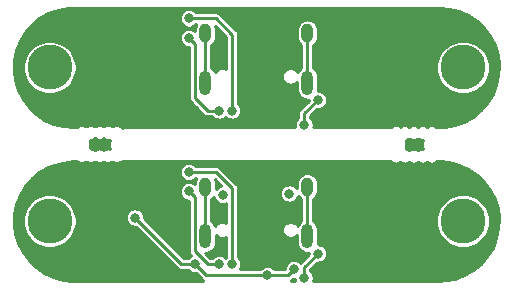
<source format=gbr>
%TF.GenerationSoftware,KiCad,Pcbnew,5.1.10-88a1d61d58~90~ubuntu20.04.1*%
%TF.CreationDate,2022-01-21T20:24:49-08:00*%
%TF.ProjectId,kb-db_panel,6b622d64-625f-4706-916e-656c2e6b6963,rev?*%
%TF.SameCoordinates,Original*%
%TF.FileFunction,Copper,L2,Bot*%
%TF.FilePolarity,Positive*%
%FSLAX46Y46*%
G04 Gerber Fmt 4.6, Leading zero omitted, Abs format (unit mm)*
G04 Created by KiCad (PCBNEW 5.1.10-88a1d61d58~90~ubuntu20.04.1) date 2022-01-21 20:24:49*
%MOMM*%
%LPD*%
G01*
G04 APERTURE LIST*
%TA.AperFunction,ComponentPad*%
%ADD10C,3.800000*%
%TD*%
%TA.AperFunction,ComponentPad*%
%ADD11O,1.000000X1.600000*%
%TD*%
%TA.AperFunction,ComponentPad*%
%ADD12O,1.000000X2.100000*%
%TD*%
%TA.AperFunction,ViaPad*%
%ADD13C,0.800000*%
%TD*%
%TA.AperFunction,Conductor*%
%ADD14C,0.250000*%
%TD*%
%TA.AperFunction,Conductor*%
%ADD15C,0.254000*%
%TD*%
%TA.AperFunction,Conductor*%
%ADD16C,0.100000*%
%TD*%
%TA.AperFunction,NonConductor*%
%ADD17C,0.254000*%
%TD*%
%TA.AperFunction,NonConductor*%
%ADD18C,0.100000*%
%TD*%
G04 APERTURE END LIST*
D10*
%TO.P,H2,1*%
%TO.N,N/C*%
X61487000Y-76472000D03*
%TD*%
%TO.P,H1,1*%
%TO.N,N/C*%
X96487000Y-76472000D03*
%TD*%
D11*
%TO.P,USB1,13*%
%TO.N,N/C*%
X74672000Y-73579000D03*
X83312000Y-73579000D03*
D12*
X74672000Y-77759000D03*
X83312000Y-77759000D03*
%TD*%
D10*
%TO.P,H2,1*%
%TO.N,Earth*%
X61487000Y-63472000D03*
%TD*%
%TO.P,H1,1*%
%TO.N,Net-(H1-Pad1)*%
X96487000Y-63472000D03*
%TD*%
D12*
%TO.P,USB1,13*%
%TO.N,Earth*%
X83312000Y-64759000D03*
X74672000Y-64759000D03*
D11*
X83312000Y-60579000D03*
X74672000Y-60579000D03*
%TD*%
D13*
%TO.N,*%
X75853014Y-80116004D03*
X73279000Y-73960000D03*
X79936000Y-81072000D03*
X81781000Y-74147000D03*
X68700000Y-76179000D03*
X82169000Y-80564000D03*
X73785365Y-80110635D03*
X76156217Y-74259944D03*
X84194000Y-79227000D03*
X83058000Y-81326000D03*
X76955000Y-80116002D03*
X73279000Y-72309000D03*
%TO.N,VCC*%
X73279000Y-60960000D03*
X75853014Y-67116004D03*
%TO.N,GND*%
X76156217Y-61259944D03*
X82169000Y-67564000D03*
X73785365Y-67110635D03*
X68700000Y-63179000D03*
X79936000Y-68072000D03*
X81781000Y-61147000D03*
%TO.N,Net-(R1-Pad2)*%
X83058000Y-68326000D03*
X84194000Y-66227000D03*
%TO.N,Net-(R2-Pad2)*%
X76955000Y-67116002D03*
X73279000Y-59309000D03*
%TD*%
D14*
%TO.N,*%
X74672000Y-77759000D02*
X74672000Y-73579000D01*
X83312000Y-73579000D02*
X83312000Y-77759000D01*
X74865319Y-80116004D02*
X75853014Y-80116004D01*
X73780000Y-74461000D02*
X73780000Y-79030685D01*
X73780000Y-79030685D02*
X74865319Y-80116004D01*
X73279000Y-73960000D02*
X73780000Y-74461000D01*
X73785365Y-80110635D02*
X72631635Y-80110635D01*
X79936000Y-81072000D02*
X74746730Y-81072000D01*
X72631635Y-80110635D02*
X68700000Y-76179000D01*
X74746730Y-81072000D02*
X73785365Y-80110635D01*
X81661000Y-81072000D02*
X79936000Y-81072000D01*
X82169000Y-80564000D02*
X81661000Y-81072000D01*
X83058000Y-81326000D02*
X83058000Y-80363000D01*
X83058000Y-80363000D02*
X84194000Y-79227000D01*
X76955000Y-73699000D02*
X76955000Y-80116002D01*
X75565000Y-72309000D02*
X76955000Y-73699000D01*
X73279000Y-72309000D02*
X75565000Y-72309000D01*
%TO.N,Earth*%
X74672000Y-64759000D02*
X74672000Y-60579000D01*
X83312000Y-60579000D02*
X83312000Y-64759000D01*
%TO.N,VCC*%
X74865319Y-67116004D02*
X75853014Y-67116004D01*
X73780000Y-61461000D02*
X73780000Y-66030685D01*
X73780000Y-66030685D02*
X74865319Y-67116004D01*
X73279000Y-60960000D02*
X73780000Y-61461000D01*
%TO.N,GND*%
X81661000Y-68072000D02*
X79936000Y-68072000D01*
X82169000Y-67564000D02*
X81661000Y-68072000D01*
X74746730Y-68072000D02*
X73785365Y-67110635D01*
X72631635Y-67110635D02*
X68700000Y-63179000D01*
X73785365Y-67110635D02*
X72631635Y-67110635D01*
X79936000Y-68072000D02*
X74746730Y-68072000D01*
%TO.N,Net-(R1-Pad2)*%
X83058000Y-68326000D02*
X83058000Y-67363000D01*
X83058000Y-67363000D02*
X84194000Y-66227000D01*
%TO.N,Net-(R2-Pad2)*%
X76955000Y-60699000D02*
X76955000Y-67116002D01*
X75565000Y-59309000D02*
X76955000Y-60699000D01*
X73279000Y-59309000D02*
X75565000Y-59309000D01*
%TD*%
D15*
%TO.N,GND*%
X95336581Y-58501726D02*
X96161880Y-58715931D01*
X96939275Y-59066123D01*
X97646563Y-59542296D01*
X98263505Y-60130830D01*
X98772464Y-60814895D01*
X99158893Y-61574945D01*
X99411735Y-62389227D01*
X99523763Y-63234474D01*
X99491777Y-64086509D01*
X99316687Y-64920978D01*
X99003503Y-65714010D01*
X98561175Y-66442942D01*
X98002360Y-67086921D01*
X97343022Y-67627544D01*
X96602030Y-68049341D01*
X95800559Y-68340261D01*
X94953066Y-68493514D01*
X94474666Y-68516075D01*
X94469870Y-68516108D01*
X94466539Y-68516458D01*
X94465520Y-68516506D01*
X94463371Y-68516791D01*
X94449261Y-68518273D01*
X94428540Y-68518273D01*
X94422208Y-68518939D01*
X94266746Y-68536377D01*
X94219239Y-68488870D01*
X94115891Y-68419815D01*
X94001056Y-68372249D01*
X93879148Y-68348000D01*
X93754852Y-68348000D01*
X93632944Y-68372249D01*
X93518109Y-68419815D01*
X93442000Y-68470669D01*
X93365891Y-68419815D01*
X93251056Y-68372249D01*
X93129148Y-68348000D01*
X93004852Y-68348000D01*
X92882944Y-68372249D01*
X92768109Y-68419815D01*
X92692000Y-68470669D01*
X92615891Y-68419815D01*
X92501056Y-68372249D01*
X92379148Y-68348000D01*
X92254852Y-68348000D01*
X92132944Y-68372249D01*
X92018109Y-68419815D01*
X91942000Y-68470669D01*
X91865891Y-68419815D01*
X91751056Y-68372249D01*
X91629148Y-68348000D01*
X91504852Y-68348000D01*
X91382944Y-68372249D01*
X91268109Y-68419815D01*
X91192000Y-68470669D01*
X91115891Y-68419815D01*
X91001056Y-68372249D01*
X90879148Y-68348000D01*
X90754852Y-68348000D01*
X90632944Y-68372249D01*
X90518109Y-68419815D01*
X90414761Y-68488870D01*
X90376172Y-68527459D01*
X90281498Y-68518176D01*
X90281493Y-68518176D01*
X90259399Y-68516000D01*
X83816508Y-68516000D01*
X83839000Y-68402922D01*
X83839000Y-68249078D01*
X83808987Y-68098191D01*
X83750113Y-67956058D01*
X83664642Y-67828141D01*
X83564000Y-67727499D01*
X83564000Y-67572591D01*
X84128592Y-67008000D01*
X84270922Y-67008000D01*
X84421809Y-66977987D01*
X84563942Y-66919113D01*
X84691859Y-66833642D01*
X84800642Y-66724859D01*
X84886113Y-66596942D01*
X84944987Y-66454809D01*
X84975000Y-66303922D01*
X84975000Y-66150078D01*
X84944987Y-65999191D01*
X84886113Y-65857058D01*
X84800642Y-65729141D01*
X84691859Y-65620358D01*
X84563942Y-65534887D01*
X84421809Y-65476013D01*
X84270922Y-65446000D01*
X84183769Y-65446000D01*
X84193000Y-65352273D01*
X84193000Y-64165727D01*
X84180252Y-64036294D01*
X84129875Y-63870225D01*
X84048068Y-63717175D01*
X83937975Y-63583025D01*
X83818000Y-63484565D01*
X83818000Y-63247341D01*
X94206000Y-63247341D01*
X94206000Y-63696659D01*
X94293657Y-64137343D01*
X94465604Y-64552459D01*
X94715231Y-64926053D01*
X95032947Y-65243769D01*
X95406541Y-65493396D01*
X95821657Y-65665343D01*
X96262341Y-65753000D01*
X96711659Y-65753000D01*
X97152343Y-65665343D01*
X97567459Y-65493396D01*
X97941053Y-65243769D01*
X98258769Y-64926053D01*
X98508396Y-64552459D01*
X98680343Y-64137343D01*
X98768000Y-63696659D01*
X98768000Y-63247341D01*
X98680343Y-62806657D01*
X98508396Y-62391541D01*
X98258769Y-62017947D01*
X97941053Y-61700231D01*
X97567459Y-61450604D01*
X97152343Y-61278657D01*
X96711659Y-61191000D01*
X96262341Y-61191000D01*
X95821657Y-61278657D01*
X95406541Y-61450604D01*
X95032947Y-61700231D01*
X94715231Y-62017947D01*
X94465604Y-62391541D01*
X94293657Y-62806657D01*
X94206000Y-63247341D01*
X83818000Y-63247341D01*
X83818000Y-61603434D01*
X83937975Y-61504975D01*
X84048068Y-61370825D01*
X84129875Y-61217775D01*
X84180252Y-61051706D01*
X84193000Y-60922273D01*
X84193000Y-60235727D01*
X84180252Y-60106294D01*
X84129875Y-59940225D01*
X84048068Y-59787175D01*
X83937975Y-59653025D01*
X83803825Y-59542932D01*
X83650775Y-59461125D01*
X83484706Y-59410748D01*
X83312000Y-59393738D01*
X83139295Y-59410748D01*
X82973226Y-59461125D01*
X82820176Y-59542932D01*
X82686026Y-59653025D01*
X82575933Y-59787175D01*
X82494125Y-59940225D01*
X82443748Y-60106294D01*
X82431000Y-60235727D01*
X82431000Y-60922272D01*
X82443748Y-61051705D01*
X82494125Y-61217774D01*
X82575932Y-61370824D01*
X82686025Y-61504975D01*
X82806000Y-61603435D01*
X82806001Y-63484565D01*
X82686026Y-63583025D01*
X82575933Y-63717175D01*
X82494126Y-63870225D01*
X82493266Y-63873059D01*
X82430386Y-63778951D01*
X82332049Y-63680614D01*
X82216416Y-63603351D01*
X82087933Y-63550131D01*
X81951535Y-63523000D01*
X81812465Y-63523000D01*
X81676067Y-63550131D01*
X81547584Y-63603351D01*
X81431951Y-63680614D01*
X81333614Y-63778951D01*
X81256351Y-63894584D01*
X81203131Y-64023067D01*
X81176000Y-64159465D01*
X81176000Y-64298535D01*
X81203131Y-64434933D01*
X81256351Y-64563416D01*
X81333614Y-64679049D01*
X81431951Y-64777386D01*
X81547584Y-64854649D01*
X81676067Y-64907869D01*
X81812465Y-64935000D01*
X81951535Y-64935000D01*
X82087933Y-64907869D01*
X82216416Y-64854649D01*
X82332049Y-64777386D01*
X82430386Y-64679049D01*
X82431001Y-64678129D01*
X82431000Y-65352272D01*
X82443748Y-65481705D01*
X82494125Y-65647774D01*
X82575932Y-65800824D01*
X82686025Y-65934975D01*
X82820175Y-66045068D01*
X82973225Y-66126875D01*
X83139294Y-66177252D01*
X83312000Y-66194262D01*
X83413000Y-66184314D01*
X83413000Y-66292408D01*
X82717780Y-66987629D01*
X82698474Y-67003473D01*
X82635242Y-67080521D01*
X82616276Y-67116004D01*
X82588255Y-67168426D01*
X82559322Y-67263808D01*
X82549553Y-67363000D01*
X82552001Y-67387856D01*
X82552001Y-67727498D01*
X82451358Y-67828141D01*
X82365887Y-67956058D01*
X82307013Y-68098191D01*
X82277000Y-68249078D01*
X82277000Y-68402922D01*
X82299492Y-68516000D01*
X67964601Y-68516000D01*
X67941521Y-68518273D01*
X67928540Y-68518273D01*
X67922208Y-68518939D01*
X67728258Y-68540694D01*
X67687841Y-68549285D01*
X67663478Y-68554109D01*
X67584239Y-68474870D01*
X67480891Y-68405815D01*
X67366056Y-68358249D01*
X67244148Y-68334000D01*
X67119852Y-68334000D01*
X66997944Y-68358249D01*
X66883109Y-68405815D01*
X66807000Y-68456669D01*
X66730891Y-68405815D01*
X66616056Y-68358249D01*
X66494148Y-68334000D01*
X66369852Y-68334000D01*
X66247944Y-68358249D01*
X66133109Y-68405815D01*
X66057000Y-68456669D01*
X65980891Y-68405815D01*
X65866056Y-68358249D01*
X65744148Y-68334000D01*
X65619852Y-68334000D01*
X65497944Y-68358249D01*
X65383109Y-68405815D01*
X65307000Y-68456669D01*
X65230891Y-68405815D01*
X65116056Y-68358249D01*
X64994148Y-68334000D01*
X64869852Y-68334000D01*
X64747944Y-68358249D01*
X64633109Y-68405815D01*
X64557000Y-68456669D01*
X64480891Y-68405815D01*
X64366056Y-68358249D01*
X64244148Y-68334000D01*
X64119852Y-68334000D01*
X63997944Y-68358249D01*
X63883109Y-68405815D01*
X63779761Y-68474870D01*
X63718153Y-68536478D01*
X63531498Y-68518176D01*
X63529651Y-68518176D01*
X63525554Y-68517633D01*
X62637420Y-68442274D01*
X61812125Y-68228070D01*
X61034725Y-67877877D01*
X60327434Y-67401701D01*
X59710493Y-66813167D01*
X59201534Y-66129103D01*
X58815107Y-65369055D01*
X58562265Y-64554774D01*
X58450237Y-63709526D01*
X58467587Y-63247341D01*
X59206000Y-63247341D01*
X59206000Y-63696659D01*
X59293657Y-64137343D01*
X59465604Y-64552459D01*
X59715231Y-64926053D01*
X60032947Y-65243769D01*
X60406541Y-65493396D01*
X60821657Y-65665343D01*
X61262341Y-65753000D01*
X61711659Y-65753000D01*
X62152343Y-65665343D01*
X62567459Y-65493396D01*
X62941053Y-65243769D01*
X63258769Y-64926053D01*
X63508396Y-64552459D01*
X63680343Y-64137343D01*
X63768000Y-63696659D01*
X63768000Y-63247341D01*
X63680343Y-62806657D01*
X63508396Y-62391541D01*
X63258769Y-62017947D01*
X62941053Y-61700231D01*
X62567459Y-61450604D01*
X62152343Y-61278657D01*
X61711659Y-61191000D01*
X61262341Y-61191000D01*
X60821657Y-61278657D01*
X60406541Y-61450604D01*
X60032947Y-61700231D01*
X59715231Y-62017947D01*
X59465604Y-62391541D01*
X59293657Y-62806657D01*
X59206000Y-63247341D01*
X58467587Y-63247341D01*
X58482223Y-62857491D01*
X58657313Y-62023022D01*
X58970496Y-61229993D01*
X59412827Y-60501054D01*
X59971640Y-59857080D01*
X60630978Y-59316456D01*
X60779209Y-59232078D01*
X72498000Y-59232078D01*
X72498000Y-59385922D01*
X72528013Y-59536809D01*
X72586887Y-59678942D01*
X72672358Y-59806859D01*
X72781141Y-59915642D01*
X72909058Y-60001113D01*
X73051191Y-60059987D01*
X73202078Y-60090000D01*
X73355922Y-60090000D01*
X73506809Y-60059987D01*
X73648942Y-60001113D01*
X73776859Y-59915642D01*
X73877501Y-59815000D01*
X73921060Y-59815000D01*
X73854125Y-59940225D01*
X73803748Y-60106294D01*
X73791000Y-60235727D01*
X73791000Y-60367499D01*
X73776859Y-60353358D01*
X73648942Y-60267887D01*
X73506809Y-60209013D01*
X73355922Y-60179000D01*
X73202078Y-60179000D01*
X73051191Y-60209013D01*
X72909058Y-60267887D01*
X72781141Y-60353358D01*
X72672358Y-60462141D01*
X72586887Y-60590058D01*
X72528013Y-60732191D01*
X72498000Y-60883078D01*
X72498000Y-61036922D01*
X72528013Y-61187809D01*
X72586887Y-61329942D01*
X72672358Y-61457859D01*
X72781141Y-61566642D01*
X72909058Y-61652113D01*
X73051191Y-61710987D01*
X73202078Y-61741000D01*
X73274000Y-61741000D01*
X73274001Y-66005829D01*
X73271553Y-66030685D01*
X73281322Y-66129877D01*
X73310255Y-66225259D01*
X73310256Y-66225260D01*
X73357242Y-66313164D01*
X73420474Y-66390212D01*
X73439780Y-66406056D01*
X74489947Y-67456224D01*
X74505792Y-67475531D01*
X74582840Y-67538763D01*
X74664671Y-67582503D01*
X74670744Y-67585749D01*
X74766126Y-67614682D01*
X74865319Y-67624452D01*
X74890173Y-67622004D01*
X75254513Y-67622004D01*
X75355155Y-67722646D01*
X75483072Y-67808117D01*
X75625205Y-67866991D01*
X75776092Y-67897004D01*
X75929936Y-67897004D01*
X76080823Y-67866991D01*
X76222956Y-67808117D01*
X76350873Y-67722646D01*
X76404008Y-67669511D01*
X76457141Y-67722644D01*
X76585058Y-67808115D01*
X76727191Y-67866989D01*
X76878078Y-67897002D01*
X77031922Y-67897002D01*
X77182809Y-67866989D01*
X77324942Y-67808115D01*
X77452859Y-67722644D01*
X77561642Y-67613861D01*
X77647113Y-67485944D01*
X77705987Y-67343811D01*
X77736000Y-67192924D01*
X77736000Y-67039080D01*
X77705987Y-66888193D01*
X77647113Y-66746060D01*
X77561642Y-66618143D01*
X77461000Y-66517501D01*
X77461000Y-60723854D01*
X77463448Y-60699000D01*
X77453678Y-60599807D01*
X77424745Y-60504425D01*
X77417171Y-60490255D01*
X77377759Y-60416521D01*
X77314527Y-60339473D01*
X77295220Y-60323628D01*
X75940376Y-58968785D01*
X75924527Y-58949473D01*
X75847479Y-58886241D01*
X75759575Y-58839255D01*
X75664193Y-58810322D01*
X75589854Y-58803000D01*
X75589846Y-58803000D01*
X75565000Y-58800553D01*
X75540154Y-58803000D01*
X73877501Y-58803000D01*
X73776859Y-58702358D01*
X73648942Y-58616887D01*
X73506809Y-58558013D01*
X73355922Y-58528000D01*
X73202078Y-58528000D01*
X73051191Y-58558013D01*
X72909058Y-58616887D01*
X72781141Y-58702358D01*
X72672358Y-58811141D01*
X72586887Y-58939058D01*
X72528013Y-59081191D01*
X72498000Y-59232078D01*
X60779209Y-59232078D01*
X61371972Y-58894658D01*
X62173445Y-58603737D01*
X63020934Y-58450486D01*
X63497750Y-58428000D01*
X94467691Y-58428000D01*
X95336581Y-58501726D01*
%TA.AperFunction,Conductor*%
D16*
G36*
X95336581Y-58501726D02*
G01*
X96161880Y-58715931D01*
X96939275Y-59066123D01*
X97646563Y-59542296D01*
X98263505Y-60130830D01*
X98772464Y-60814895D01*
X99158893Y-61574945D01*
X99411735Y-62389227D01*
X99523763Y-63234474D01*
X99491777Y-64086509D01*
X99316687Y-64920978D01*
X99003503Y-65714010D01*
X98561175Y-66442942D01*
X98002360Y-67086921D01*
X97343022Y-67627544D01*
X96602030Y-68049341D01*
X95800559Y-68340261D01*
X94953066Y-68493514D01*
X94474666Y-68516075D01*
X94469870Y-68516108D01*
X94466539Y-68516458D01*
X94465520Y-68516506D01*
X94463371Y-68516791D01*
X94449261Y-68518273D01*
X94428540Y-68518273D01*
X94422208Y-68518939D01*
X94266746Y-68536377D01*
X94219239Y-68488870D01*
X94115891Y-68419815D01*
X94001056Y-68372249D01*
X93879148Y-68348000D01*
X93754852Y-68348000D01*
X93632944Y-68372249D01*
X93518109Y-68419815D01*
X93442000Y-68470669D01*
X93365891Y-68419815D01*
X93251056Y-68372249D01*
X93129148Y-68348000D01*
X93004852Y-68348000D01*
X92882944Y-68372249D01*
X92768109Y-68419815D01*
X92692000Y-68470669D01*
X92615891Y-68419815D01*
X92501056Y-68372249D01*
X92379148Y-68348000D01*
X92254852Y-68348000D01*
X92132944Y-68372249D01*
X92018109Y-68419815D01*
X91942000Y-68470669D01*
X91865891Y-68419815D01*
X91751056Y-68372249D01*
X91629148Y-68348000D01*
X91504852Y-68348000D01*
X91382944Y-68372249D01*
X91268109Y-68419815D01*
X91192000Y-68470669D01*
X91115891Y-68419815D01*
X91001056Y-68372249D01*
X90879148Y-68348000D01*
X90754852Y-68348000D01*
X90632944Y-68372249D01*
X90518109Y-68419815D01*
X90414761Y-68488870D01*
X90376172Y-68527459D01*
X90281498Y-68518176D01*
X90281493Y-68518176D01*
X90259399Y-68516000D01*
X83816508Y-68516000D01*
X83839000Y-68402922D01*
X83839000Y-68249078D01*
X83808987Y-68098191D01*
X83750113Y-67956058D01*
X83664642Y-67828141D01*
X83564000Y-67727499D01*
X83564000Y-67572591D01*
X84128592Y-67008000D01*
X84270922Y-67008000D01*
X84421809Y-66977987D01*
X84563942Y-66919113D01*
X84691859Y-66833642D01*
X84800642Y-66724859D01*
X84886113Y-66596942D01*
X84944987Y-66454809D01*
X84975000Y-66303922D01*
X84975000Y-66150078D01*
X84944987Y-65999191D01*
X84886113Y-65857058D01*
X84800642Y-65729141D01*
X84691859Y-65620358D01*
X84563942Y-65534887D01*
X84421809Y-65476013D01*
X84270922Y-65446000D01*
X84183769Y-65446000D01*
X84193000Y-65352273D01*
X84193000Y-64165727D01*
X84180252Y-64036294D01*
X84129875Y-63870225D01*
X84048068Y-63717175D01*
X83937975Y-63583025D01*
X83818000Y-63484565D01*
X83818000Y-63247341D01*
X94206000Y-63247341D01*
X94206000Y-63696659D01*
X94293657Y-64137343D01*
X94465604Y-64552459D01*
X94715231Y-64926053D01*
X95032947Y-65243769D01*
X95406541Y-65493396D01*
X95821657Y-65665343D01*
X96262341Y-65753000D01*
X96711659Y-65753000D01*
X97152343Y-65665343D01*
X97567459Y-65493396D01*
X97941053Y-65243769D01*
X98258769Y-64926053D01*
X98508396Y-64552459D01*
X98680343Y-64137343D01*
X98768000Y-63696659D01*
X98768000Y-63247341D01*
X98680343Y-62806657D01*
X98508396Y-62391541D01*
X98258769Y-62017947D01*
X97941053Y-61700231D01*
X97567459Y-61450604D01*
X97152343Y-61278657D01*
X96711659Y-61191000D01*
X96262341Y-61191000D01*
X95821657Y-61278657D01*
X95406541Y-61450604D01*
X95032947Y-61700231D01*
X94715231Y-62017947D01*
X94465604Y-62391541D01*
X94293657Y-62806657D01*
X94206000Y-63247341D01*
X83818000Y-63247341D01*
X83818000Y-61603434D01*
X83937975Y-61504975D01*
X84048068Y-61370825D01*
X84129875Y-61217775D01*
X84180252Y-61051706D01*
X84193000Y-60922273D01*
X84193000Y-60235727D01*
X84180252Y-60106294D01*
X84129875Y-59940225D01*
X84048068Y-59787175D01*
X83937975Y-59653025D01*
X83803825Y-59542932D01*
X83650775Y-59461125D01*
X83484706Y-59410748D01*
X83312000Y-59393738D01*
X83139295Y-59410748D01*
X82973226Y-59461125D01*
X82820176Y-59542932D01*
X82686026Y-59653025D01*
X82575933Y-59787175D01*
X82494125Y-59940225D01*
X82443748Y-60106294D01*
X82431000Y-60235727D01*
X82431000Y-60922272D01*
X82443748Y-61051705D01*
X82494125Y-61217774D01*
X82575932Y-61370824D01*
X82686025Y-61504975D01*
X82806000Y-61603435D01*
X82806001Y-63484565D01*
X82686026Y-63583025D01*
X82575933Y-63717175D01*
X82494126Y-63870225D01*
X82493266Y-63873059D01*
X82430386Y-63778951D01*
X82332049Y-63680614D01*
X82216416Y-63603351D01*
X82087933Y-63550131D01*
X81951535Y-63523000D01*
X81812465Y-63523000D01*
X81676067Y-63550131D01*
X81547584Y-63603351D01*
X81431951Y-63680614D01*
X81333614Y-63778951D01*
X81256351Y-63894584D01*
X81203131Y-64023067D01*
X81176000Y-64159465D01*
X81176000Y-64298535D01*
X81203131Y-64434933D01*
X81256351Y-64563416D01*
X81333614Y-64679049D01*
X81431951Y-64777386D01*
X81547584Y-64854649D01*
X81676067Y-64907869D01*
X81812465Y-64935000D01*
X81951535Y-64935000D01*
X82087933Y-64907869D01*
X82216416Y-64854649D01*
X82332049Y-64777386D01*
X82430386Y-64679049D01*
X82431001Y-64678129D01*
X82431000Y-65352272D01*
X82443748Y-65481705D01*
X82494125Y-65647774D01*
X82575932Y-65800824D01*
X82686025Y-65934975D01*
X82820175Y-66045068D01*
X82973225Y-66126875D01*
X83139294Y-66177252D01*
X83312000Y-66194262D01*
X83413000Y-66184314D01*
X83413000Y-66292408D01*
X82717780Y-66987629D01*
X82698474Y-67003473D01*
X82635242Y-67080521D01*
X82616276Y-67116004D01*
X82588255Y-67168426D01*
X82559322Y-67263808D01*
X82549553Y-67363000D01*
X82552001Y-67387856D01*
X82552001Y-67727498D01*
X82451358Y-67828141D01*
X82365887Y-67956058D01*
X82307013Y-68098191D01*
X82277000Y-68249078D01*
X82277000Y-68402922D01*
X82299492Y-68516000D01*
X67964601Y-68516000D01*
X67941521Y-68518273D01*
X67928540Y-68518273D01*
X67922208Y-68518939D01*
X67728258Y-68540694D01*
X67687841Y-68549285D01*
X67663478Y-68554109D01*
X67584239Y-68474870D01*
X67480891Y-68405815D01*
X67366056Y-68358249D01*
X67244148Y-68334000D01*
X67119852Y-68334000D01*
X66997944Y-68358249D01*
X66883109Y-68405815D01*
X66807000Y-68456669D01*
X66730891Y-68405815D01*
X66616056Y-68358249D01*
X66494148Y-68334000D01*
X66369852Y-68334000D01*
X66247944Y-68358249D01*
X66133109Y-68405815D01*
X66057000Y-68456669D01*
X65980891Y-68405815D01*
X65866056Y-68358249D01*
X65744148Y-68334000D01*
X65619852Y-68334000D01*
X65497944Y-68358249D01*
X65383109Y-68405815D01*
X65307000Y-68456669D01*
X65230891Y-68405815D01*
X65116056Y-68358249D01*
X64994148Y-68334000D01*
X64869852Y-68334000D01*
X64747944Y-68358249D01*
X64633109Y-68405815D01*
X64557000Y-68456669D01*
X64480891Y-68405815D01*
X64366056Y-68358249D01*
X64244148Y-68334000D01*
X64119852Y-68334000D01*
X63997944Y-68358249D01*
X63883109Y-68405815D01*
X63779761Y-68474870D01*
X63718153Y-68536478D01*
X63531498Y-68518176D01*
X63529651Y-68518176D01*
X63525554Y-68517633D01*
X62637420Y-68442274D01*
X61812125Y-68228070D01*
X61034725Y-67877877D01*
X60327434Y-67401701D01*
X59710493Y-66813167D01*
X59201534Y-66129103D01*
X58815107Y-65369055D01*
X58562265Y-64554774D01*
X58450237Y-63709526D01*
X58467587Y-63247341D01*
X59206000Y-63247341D01*
X59206000Y-63696659D01*
X59293657Y-64137343D01*
X59465604Y-64552459D01*
X59715231Y-64926053D01*
X60032947Y-65243769D01*
X60406541Y-65493396D01*
X60821657Y-65665343D01*
X61262341Y-65753000D01*
X61711659Y-65753000D01*
X62152343Y-65665343D01*
X62567459Y-65493396D01*
X62941053Y-65243769D01*
X63258769Y-64926053D01*
X63508396Y-64552459D01*
X63680343Y-64137343D01*
X63768000Y-63696659D01*
X63768000Y-63247341D01*
X63680343Y-62806657D01*
X63508396Y-62391541D01*
X63258769Y-62017947D01*
X62941053Y-61700231D01*
X62567459Y-61450604D01*
X62152343Y-61278657D01*
X61711659Y-61191000D01*
X61262341Y-61191000D01*
X60821657Y-61278657D01*
X60406541Y-61450604D01*
X60032947Y-61700231D01*
X59715231Y-62017947D01*
X59465604Y-62391541D01*
X59293657Y-62806657D01*
X59206000Y-63247341D01*
X58467587Y-63247341D01*
X58482223Y-62857491D01*
X58657313Y-62023022D01*
X58970496Y-61229993D01*
X59412827Y-60501054D01*
X59971640Y-59857080D01*
X60630978Y-59316456D01*
X60779209Y-59232078D01*
X72498000Y-59232078D01*
X72498000Y-59385922D01*
X72528013Y-59536809D01*
X72586887Y-59678942D01*
X72672358Y-59806859D01*
X72781141Y-59915642D01*
X72909058Y-60001113D01*
X73051191Y-60059987D01*
X73202078Y-60090000D01*
X73355922Y-60090000D01*
X73506809Y-60059987D01*
X73648942Y-60001113D01*
X73776859Y-59915642D01*
X73877501Y-59815000D01*
X73921060Y-59815000D01*
X73854125Y-59940225D01*
X73803748Y-60106294D01*
X73791000Y-60235727D01*
X73791000Y-60367499D01*
X73776859Y-60353358D01*
X73648942Y-60267887D01*
X73506809Y-60209013D01*
X73355922Y-60179000D01*
X73202078Y-60179000D01*
X73051191Y-60209013D01*
X72909058Y-60267887D01*
X72781141Y-60353358D01*
X72672358Y-60462141D01*
X72586887Y-60590058D01*
X72528013Y-60732191D01*
X72498000Y-60883078D01*
X72498000Y-61036922D01*
X72528013Y-61187809D01*
X72586887Y-61329942D01*
X72672358Y-61457859D01*
X72781141Y-61566642D01*
X72909058Y-61652113D01*
X73051191Y-61710987D01*
X73202078Y-61741000D01*
X73274000Y-61741000D01*
X73274001Y-66005829D01*
X73271553Y-66030685D01*
X73281322Y-66129877D01*
X73310255Y-66225259D01*
X73310256Y-66225260D01*
X73357242Y-66313164D01*
X73420474Y-66390212D01*
X73439780Y-66406056D01*
X74489947Y-67456224D01*
X74505792Y-67475531D01*
X74582840Y-67538763D01*
X74664671Y-67582503D01*
X74670744Y-67585749D01*
X74766126Y-67614682D01*
X74865319Y-67624452D01*
X74890173Y-67622004D01*
X75254513Y-67622004D01*
X75355155Y-67722646D01*
X75483072Y-67808117D01*
X75625205Y-67866991D01*
X75776092Y-67897004D01*
X75929936Y-67897004D01*
X76080823Y-67866991D01*
X76222956Y-67808117D01*
X76350873Y-67722646D01*
X76404008Y-67669511D01*
X76457141Y-67722644D01*
X76585058Y-67808115D01*
X76727191Y-67866989D01*
X76878078Y-67897002D01*
X77031922Y-67897002D01*
X77182809Y-67866989D01*
X77324942Y-67808115D01*
X77452859Y-67722644D01*
X77561642Y-67613861D01*
X77647113Y-67485944D01*
X77705987Y-67343811D01*
X77736000Y-67192924D01*
X77736000Y-67039080D01*
X77705987Y-66888193D01*
X77647113Y-66746060D01*
X77561642Y-66618143D01*
X77461000Y-66517501D01*
X77461000Y-60723854D01*
X77463448Y-60699000D01*
X77453678Y-60599807D01*
X77424745Y-60504425D01*
X77417171Y-60490255D01*
X77377759Y-60416521D01*
X77314527Y-60339473D01*
X77295220Y-60323628D01*
X75940376Y-58968785D01*
X75924527Y-58949473D01*
X75847479Y-58886241D01*
X75759575Y-58839255D01*
X75664193Y-58810322D01*
X75589854Y-58803000D01*
X75589846Y-58803000D01*
X75565000Y-58800553D01*
X75540154Y-58803000D01*
X73877501Y-58803000D01*
X73776859Y-58702358D01*
X73648942Y-58616887D01*
X73506809Y-58558013D01*
X73355922Y-58528000D01*
X73202078Y-58528000D01*
X73051191Y-58558013D01*
X72909058Y-58616887D01*
X72781141Y-58702358D01*
X72672358Y-58811141D01*
X72586887Y-58939058D01*
X72528013Y-59081191D01*
X72498000Y-59232078D01*
X60779209Y-59232078D01*
X61371972Y-58894658D01*
X62173445Y-58603737D01*
X63020934Y-58450486D01*
X63497750Y-58428000D01*
X94467691Y-58428000D01*
X95336581Y-58501726D01*
G37*
%TD.AperFunction*%
D15*
X76449000Y-60908592D02*
X76449000Y-63611760D01*
X76436416Y-63603351D01*
X76307933Y-63550131D01*
X76171535Y-63523000D01*
X76032465Y-63523000D01*
X75896067Y-63550131D01*
X75767584Y-63603351D01*
X75651951Y-63680614D01*
X75553614Y-63778951D01*
X75490734Y-63873058D01*
X75489875Y-63870225D01*
X75408068Y-63717175D01*
X75297975Y-63583025D01*
X75178000Y-63484565D01*
X75178000Y-61603434D01*
X75297975Y-61504975D01*
X75408068Y-61370825D01*
X75489875Y-61217775D01*
X75540252Y-61051706D01*
X75553000Y-60922273D01*
X75553000Y-60235727D01*
X75540252Y-60106294D01*
X75493899Y-59953490D01*
X76449000Y-60908592D01*
%TA.AperFunction,Conductor*%
D16*
G36*
X76449000Y-60908592D02*
G01*
X76449000Y-63611760D01*
X76436416Y-63603351D01*
X76307933Y-63550131D01*
X76171535Y-63523000D01*
X76032465Y-63523000D01*
X75896067Y-63550131D01*
X75767584Y-63603351D01*
X75651951Y-63680614D01*
X75553614Y-63778951D01*
X75490734Y-63873058D01*
X75489875Y-63870225D01*
X75408068Y-63717175D01*
X75297975Y-63583025D01*
X75178000Y-63484565D01*
X75178000Y-61603434D01*
X75297975Y-61504975D01*
X75408068Y-61370825D01*
X75489875Y-61217775D01*
X75540252Y-61051706D01*
X75553000Y-60922273D01*
X75553000Y-60235727D01*
X75540252Y-60106294D01*
X75493899Y-59953490D01*
X76449000Y-60908592D01*
G37*
%TD.AperFunction*%
%TD*%
D17*
X82277000Y-81402922D02*
X82299492Y-81516000D01*
X81903740Y-81516000D01*
X81943479Y-81494759D01*
X82020527Y-81431527D01*
X82036376Y-81412215D01*
X82103591Y-81345000D01*
X82245922Y-81345000D01*
X82277000Y-81338818D01*
X82277000Y-81402922D01*
%TA.AperFunction,NonConductor*%
D18*
G36*
X82277000Y-81402922D02*
G01*
X82299492Y-81516000D01*
X81903740Y-81516000D01*
X81943479Y-81494759D01*
X82020527Y-81431527D01*
X82036376Y-81412215D01*
X82103591Y-81345000D01*
X82245922Y-81345000D01*
X82277000Y-81338818D01*
X82277000Y-81402922D01*
G37*
%TD.AperFunction*%
D17*
X67660968Y-71389493D02*
X67701511Y-71397521D01*
X67741935Y-71406114D01*
X67748268Y-71406779D01*
X67942501Y-71425824D01*
X67942507Y-71425824D01*
X67964601Y-71428000D01*
X90259399Y-71428000D01*
X90282479Y-71425727D01*
X90295460Y-71425727D01*
X90301792Y-71425061D01*
X90365541Y-71417910D01*
X90409761Y-71462130D01*
X90513109Y-71531185D01*
X90627944Y-71578751D01*
X90749852Y-71603000D01*
X90874148Y-71603000D01*
X90996056Y-71578751D01*
X91110891Y-71531185D01*
X91187000Y-71480331D01*
X91263109Y-71531185D01*
X91377944Y-71578751D01*
X91499852Y-71603000D01*
X91624148Y-71603000D01*
X91746056Y-71578751D01*
X91860891Y-71531185D01*
X91937000Y-71480331D01*
X92013109Y-71531185D01*
X92127944Y-71578751D01*
X92249852Y-71603000D01*
X92374148Y-71603000D01*
X92496056Y-71578751D01*
X92610891Y-71531185D01*
X92687000Y-71480331D01*
X92763109Y-71531185D01*
X92877944Y-71578751D01*
X92999852Y-71603000D01*
X93124148Y-71603000D01*
X93246056Y-71578751D01*
X93360891Y-71531185D01*
X93437000Y-71480331D01*
X93513109Y-71531185D01*
X93627944Y-71578751D01*
X93749852Y-71603000D01*
X93874148Y-71603000D01*
X93996056Y-71578751D01*
X94110891Y-71531185D01*
X94214239Y-71462130D01*
X94267686Y-71408683D01*
X94442501Y-71425824D01*
X94444349Y-71425824D01*
X94448446Y-71426367D01*
X95336581Y-71501726D01*
X96161880Y-71715931D01*
X96939275Y-72066123D01*
X97646563Y-72542296D01*
X98263505Y-73130830D01*
X98772464Y-73814895D01*
X99158893Y-74574945D01*
X99411735Y-75389227D01*
X99523763Y-76234474D01*
X99491777Y-77086509D01*
X99316687Y-77920978D01*
X99003503Y-78714010D01*
X98561175Y-79442942D01*
X98002360Y-80086921D01*
X97343022Y-80627544D01*
X96602030Y-81049341D01*
X95800559Y-81340261D01*
X94953066Y-81493514D01*
X94476250Y-81516000D01*
X83816508Y-81516000D01*
X83839000Y-81402922D01*
X83839000Y-81249078D01*
X83808987Y-81098191D01*
X83750113Y-80956058D01*
X83664642Y-80828141D01*
X83564000Y-80727499D01*
X83564000Y-80572591D01*
X84128592Y-80008000D01*
X84270922Y-80008000D01*
X84421809Y-79977987D01*
X84563942Y-79919113D01*
X84691859Y-79833642D01*
X84800642Y-79724859D01*
X84886113Y-79596942D01*
X84944987Y-79454809D01*
X84975000Y-79303922D01*
X84975000Y-79150078D01*
X84944987Y-78999191D01*
X84886113Y-78857058D01*
X84800642Y-78729141D01*
X84691859Y-78620358D01*
X84563942Y-78534887D01*
X84421809Y-78476013D01*
X84270922Y-78446000D01*
X84183769Y-78446000D01*
X84193000Y-78352273D01*
X84193000Y-77165727D01*
X84180252Y-77036294D01*
X84129875Y-76870225D01*
X84048068Y-76717175D01*
X83937975Y-76583025D01*
X83818000Y-76484565D01*
X83818000Y-76247341D01*
X94206000Y-76247341D01*
X94206000Y-76696659D01*
X94293657Y-77137343D01*
X94465604Y-77552459D01*
X94715231Y-77926053D01*
X95032947Y-78243769D01*
X95406541Y-78493396D01*
X95821657Y-78665343D01*
X96262341Y-78753000D01*
X96711659Y-78753000D01*
X97152343Y-78665343D01*
X97567459Y-78493396D01*
X97941053Y-78243769D01*
X98258769Y-77926053D01*
X98508396Y-77552459D01*
X98680343Y-77137343D01*
X98768000Y-76696659D01*
X98768000Y-76247341D01*
X98680343Y-75806657D01*
X98508396Y-75391541D01*
X98258769Y-75017947D01*
X97941053Y-74700231D01*
X97567459Y-74450604D01*
X97152343Y-74278657D01*
X96711659Y-74191000D01*
X96262341Y-74191000D01*
X95821657Y-74278657D01*
X95406541Y-74450604D01*
X95032947Y-74700231D01*
X94715231Y-75017947D01*
X94465604Y-75391541D01*
X94293657Y-75806657D01*
X94206000Y-76247341D01*
X83818000Y-76247341D01*
X83818000Y-74603434D01*
X83937975Y-74504975D01*
X84048068Y-74370825D01*
X84129875Y-74217775D01*
X84180252Y-74051706D01*
X84193000Y-73922273D01*
X84193000Y-73235727D01*
X84180252Y-73106294D01*
X84129875Y-72940225D01*
X84048068Y-72787175D01*
X83937975Y-72653025D01*
X83803825Y-72542932D01*
X83650775Y-72461125D01*
X83484706Y-72410748D01*
X83312000Y-72393738D01*
X83139295Y-72410748D01*
X82973226Y-72461125D01*
X82820176Y-72542932D01*
X82686026Y-72653025D01*
X82575933Y-72787175D01*
X82494125Y-72940225D01*
X82443748Y-73106294D01*
X82431000Y-73235727D01*
X82431000Y-73714031D01*
X82387642Y-73649141D01*
X82278859Y-73540358D01*
X82150942Y-73454887D01*
X82008809Y-73396013D01*
X81857922Y-73366000D01*
X81704078Y-73366000D01*
X81553191Y-73396013D01*
X81411058Y-73454887D01*
X81283141Y-73540358D01*
X81174358Y-73649141D01*
X81088887Y-73777058D01*
X81030013Y-73919191D01*
X81000000Y-74070078D01*
X81000000Y-74223922D01*
X81030013Y-74374809D01*
X81088887Y-74516942D01*
X81174358Y-74644859D01*
X81283141Y-74753642D01*
X81411058Y-74839113D01*
X81553191Y-74897987D01*
X81704078Y-74928000D01*
X81857922Y-74928000D01*
X82008809Y-74897987D01*
X82150942Y-74839113D01*
X82278859Y-74753642D01*
X82387642Y-74644859D01*
X82473113Y-74516942D01*
X82531987Y-74374809D01*
X82544483Y-74311987D01*
X82575932Y-74370824D01*
X82686025Y-74504975D01*
X82806000Y-74603435D01*
X82806001Y-76484565D01*
X82686026Y-76583025D01*
X82575933Y-76717175D01*
X82494126Y-76870225D01*
X82493266Y-76873059D01*
X82430386Y-76778951D01*
X82332049Y-76680614D01*
X82216416Y-76603351D01*
X82087933Y-76550131D01*
X81951535Y-76523000D01*
X81812465Y-76523000D01*
X81676067Y-76550131D01*
X81547584Y-76603351D01*
X81431951Y-76680614D01*
X81333614Y-76778951D01*
X81256351Y-76894584D01*
X81203131Y-77023067D01*
X81176000Y-77159465D01*
X81176000Y-77298535D01*
X81203131Y-77434933D01*
X81256351Y-77563416D01*
X81333614Y-77679049D01*
X81431951Y-77777386D01*
X81547584Y-77854649D01*
X81676067Y-77907869D01*
X81812465Y-77935000D01*
X81951535Y-77935000D01*
X82087933Y-77907869D01*
X82216416Y-77854649D01*
X82332049Y-77777386D01*
X82430386Y-77679049D01*
X82431001Y-77678129D01*
X82431000Y-78352272D01*
X82443748Y-78481705D01*
X82494125Y-78647774D01*
X82575932Y-78800824D01*
X82686025Y-78934975D01*
X82820175Y-79045068D01*
X82973225Y-79126875D01*
X83139294Y-79177252D01*
X83312000Y-79194262D01*
X83413000Y-79184314D01*
X83413000Y-79292408D01*
X82717780Y-79987629D01*
X82706438Y-79996937D01*
X82666859Y-79957358D01*
X82538942Y-79871887D01*
X82396809Y-79813013D01*
X82245922Y-79783000D01*
X82092078Y-79783000D01*
X81941191Y-79813013D01*
X81799058Y-79871887D01*
X81671141Y-79957358D01*
X81562358Y-80066141D01*
X81476887Y-80194058D01*
X81418013Y-80336191D01*
X81388000Y-80487078D01*
X81388000Y-80566000D01*
X80534501Y-80566000D01*
X80433859Y-80465358D01*
X80305942Y-80379887D01*
X80163809Y-80321013D01*
X80012922Y-80291000D01*
X79859078Y-80291000D01*
X79708191Y-80321013D01*
X79566058Y-80379887D01*
X79438141Y-80465358D01*
X79337499Y-80566000D01*
X77593622Y-80566000D01*
X77647113Y-80485944D01*
X77705987Y-80343811D01*
X77736000Y-80192924D01*
X77736000Y-80039080D01*
X77705987Y-79888193D01*
X77647113Y-79746060D01*
X77561642Y-79618143D01*
X77461000Y-79517501D01*
X77461000Y-73723854D01*
X77463448Y-73699000D01*
X77453678Y-73599807D01*
X77424745Y-73504425D01*
X77417171Y-73490255D01*
X77377759Y-73416521D01*
X77314527Y-73339473D01*
X77295220Y-73323628D01*
X75940376Y-71968785D01*
X75924527Y-71949473D01*
X75847479Y-71886241D01*
X75759575Y-71839255D01*
X75664193Y-71810322D01*
X75589854Y-71803000D01*
X75589846Y-71803000D01*
X75565000Y-71800553D01*
X75540154Y-71803000D01*
X73877501Y-71803000D01*
X73776859Y-71702358D01*
X73648942Y-71616887D01*
X73506809Y-71558013D01*
X73355922Y-71528000D01*
X73202078Y-71528000D01*
X73051191Y-71558013D01*
X72909058Y-71616887D01*
X72781141Y-71702358D01*
X72672358Y-71811141D01*
X72586887Y-71939058D01*
X72528013Y-72081191D01*
X72498000Y-72232078D01*
X72498000Y-72385922D01*
X72528013Y-72536809D01*
X72586887Y-72678942D01*
X72672358Y-72806859D01*
X72781141Y-72915642D01*
X72909058Y-73001113D01*
X73051191Y-73059987D01*
X73202078Y-73090000D01*
X73355922Y-73090000D01*
X73506809Y-73059987D01*
X73648942Y-73001113D01*
X73776859Y-72915642D01*
X73877501Y-72815000D01*
X73921060Y-72815000D01*
X73854125Y-72940225D01*
X73803748Y-73106294D01*
X73791000Y-73235727D01*
X73791000Y-73367499D01*
X73776859Y-73353358D01*
X73648942Y-73267887D01*
X73506809Y-73209013D01*
X73355922Y-73179000D01*
X73202078Y-73179000D01*
X73051191Y-73209013D01*
X72909058Y-73267887D01*
X72781141Y-73353358D01*
X72672358Y-73462141D01*
X72586887Y-73590058D01*
X72528013Y-73732191D01*
X72498000Y-73883078D01*
X72498000Y-74036922D01*
X72528013Y-74187809D01*
X72586887Y-74329942D01*
X72672358Y-74457859D01*
X72781141Y-74566642D01*
X72909058Y-74652113D01*
X73051191Y-74710987D01*
X73202078Y-74741000D01*
X73274000Y-74741000D01*
X73274001Y-79005829D01*
X73271553Y-79030685D01*
X73281322Y-79129877D01*
X73310255Y-79225259D01*
X73310256Y-79225260D01*
X73357242Y-79313164D01*
X73420474Y-79390212D01*
X73439780Y-79406056D01*
X73441461Y-79407737D01*
X73415423Y-79418522D01*
X73287506Y-79503993D01*
X73186864Y-79604635D01*
X72841227Y-79604635D01*
X69481000Y-76244409D01*
X69481000Y-76102078D01*
X69450987Y-75951191D01*
X69392113Y-75809058D01*
X69306642Y-75681141D01*
X69197859Y-75572358D01*
X69069942Y-75486887D01*
X68927809Y-75428013D01*
X68776922Y-75398000D01*
X68623078Y-75398000D01*
X68472191Y-75428013D01*
X68330058Y-75486887D01*
X68202141Y-75572358D01*
X68093358Y-75681141D01*
X68007887Y-75809058D01*
X67949013Y-75951191D01*
X67919000Y-76102078D01*
X67919000Y-76255922D01*
X67949013Y-76406809D01*
X68007887Y-76548942D01*
X68093358Y-76676859D01*
X68202141Y-76785642D01*
X68330058Y-76871113D01*
X68472191Y-76929987D01*
X68623078Y-76960000D01*
X68765409Y-76960000D01*
X72256263Y-80450855D01*
X72272108Y-80470162D01*
X72349156Y-80533394D01*
X72419096Y-80570778D01*
X72437060Y-80580380D01*
X72532442Y-80609313D01*
X72631635Y-80619083D01*
X72656489Y-80616635D01*
X73186864Y-80616635D01*
X73287506Y-80717277D01*
X73415423Y-80802748D01*
X73557556Y-80861622D01*
X73708443Y-80891635D01*
X73850774Y-80891635D01*
X74371358Y-81412220D01*
X74387203Y-81431527D01*
X74464251Y-81494759D01*
X74503990Y-81516000D01*
X63506309Y-81516000D01*
X62637420Y-81442274D01*
X61812125Y-81228070D01*
X61034725Y-80877877D01*
X60327434Y-80401701D01*
X59710493Y-79813167D01*
X59201534Y-79129103D01*
X58815107Y-78369055D01*
X58562265Y-77554774D01*
X58450237Y-76709526D01*
X58467587Y-76247341D01*
X59206000Y-76247341D01*
X59206000Y-76696659D01*
X59293657Y-77137343D01*
X59465604Y-77552459D01*
X59715231Y-77926053D01*
X60032947Y-78243769D01*
X60406541Y-78493396D01*
X60821657Y-78665343D01*
X61262341Y-78753000D01*
X61711659Y-78753000D01*
X62152343Y-78665343D01*
X62567459Y-78493396D01*
X62941053Y-78243769D01*
X63258769Y-77926053D01*
X63508396Y-77552459D01*
X63680343Y-77137343D01*
X63768000Y-76696659D01*
X63768000Y-76247341D01*
X63680343Y-75806657D01*
X63508396Y-75391541D01*
X63258769Y-75017947D01*
X62941053Y-74700231D01*
X62567459Y-74450604D01*
X62152343Y-74278657D01*
X61711659Y-74191000D01*
X61262341Y-74191000D01*
X60821657Y-74278657D01*
X60406541Y-74450604D01*
X60032947Y-74700231D01*
X59715231Y-75017947D01*
X59465604Y-75391541D01*
X59293657Y-75806657D01*
X59206000Y-76247341D01*
X58467587Y-76247341D01*
X58482223Y-75857491D01*
X58657313Y-75023022D01*
X58970496Y-74229993D01*
X59412827Y-73501054D01*
X59971640Y-72857080D01*
X60630978Y-72316456D01*
X61371972Y-71894658D01*
X62173445Y-71603737D01*
X63020934Y-71450486D01*
X63499334Y-71427925D01*
X63504130Y-71427892D01*
X63507461Y-71427542D01*
X63508480Y-71427494D01*
X63510629Y-71427209D01*
X63524739Y-71425727D01*
X63545460Y-71425727D01*
X63551792Y-71425061D01*
X63731531Y-71404900D01*
X63774761Y-71448130D01*
X63878109Y-71517185D01*
X63992944Y-71564751D01*
X64114852Y-71589000D01*
X64239148Y-71589000D01*
X64361056Y-71564751D01*
X64475891Y-71517185D01*
X64552000Y-71466331D01*
X64628109Y-71517185D01*
X64742944Y-71564751D01*
X64864852Y-71589000D01*
X64989148Y-71589000D01*
X65111056Y-71564751D01*
X65225891Y-71517185D01*
X65302000Y-71466331D01*
X65378109Y-71517185D01*
X65492944Y-71564751D01*
X65614852Y-71589000D01*
X65739148Y-71589000D01*
X65861056Y-71564751D01*
X65975891Y-71517185D01*
X66052000Y-71466331D01*
X66128109Y-71517185D01*
X66242944Y-71564751D01*
X66364852Y-71589000D01*
X66489148Y-71589000D01*
X66611056Y-71564751D01*
X66725891Y-71517185D01*
X66802000Y-71466331D01*
X66878109Y-71517185D01*
X66992944Y-71564751D01*
X67114852Y-71589000D01*
X67239148Y-71589000D01*
X67361056Y-71564751D01*
X67475891Y-71517185D01*
X67579239Y-71448130D01*
X67643231Y-71384138D01*
X67660968Y-71389493D01*
%TA.AperFunction,NonConductor*%
D18*
G36*
X67660968Y-71389493D02*
G01*
X67701511Y-71397521D01*
X67741935Y-71406114D01*
X67748268Y-71406779D01*
X67942501Y-71425824D01*
X67942507Y-71425824D01*
X67964601Y-71428000D01*
X90259399Y-71428000D01*
X90282479Y-71425727D01*
X90295460Y-71425727D01*
X90301792Y-71425061D01*
X90365541Y-71417910D01*
X90409761Y-71462130D01*
X90513109Y-71531185D01*
X90627944Y-71578751D01*
X90749852Y-71603000D01*
X90874148Y-71603000D01*
X90996056Y-71578751D01*
X91110891Y-71531185D01*
X91187000Y-71480331D01*
X91263109Y-71531185D01*
X91377944Y-71578751D01*
X91499852Y-71603000D01*
X91624148Y-71603000D01*
X91746056Y-71578751D01*
X91860891Y-71531185D01*
X91937000Y-71480331D01*
X92013109Y-71531185D01*
X92127944Y-71578751D01*
X92249852Y-71603000D01*
X92374148Y-71603000D01*
X92496056Y-71578751D01*
X92610891Y-71531185D01*
X92687000Y-71480331D01*
X92763109Y-71531185D01*
X92877944Y-71578751D01*
X92999852Y-71603000D01*
X93124148Y-71603000D01*
X93246056Y-71578751D01*
X93360891Y-71531185D01*
X93437000Y-71480331D01*
X93513109Y-71531185D01*
X93627944Y-71578751D01*
X93749852Y-71603000D01*
X93874148Y-71603000D01*
X93996056Y-71578751D01*
X94110891Y-71531185D01*
X94214239Y-71462130D01*
X94267686Y-71408683D01*
X94442501Y-71425824D01*
X94444349Y-71425824D01*
X94448446Y-71426367D01*
X95336581Y-71501726D01*
X96161880Y-71715931D01*
X96939275Y-72066123D01*
X97646563Y-72542296D01*
X98263505Y-73130830D01*
X98772464Y-73814895D01*
X99158893Y-74574945D01*
X99411735Y-75389227D01*
X99523763Y-76234474D01*
X99491777Y-77086509D01*
X99316687Y-77920978D01*
X99003503Y-78714010D01*
X98561175Y-79442942D01*
X98002360Y-80086921D01*
X97343022Y-80627544D01*
X96602030Y-81049341D01*
X95800559Y-81340261D01*
X94953066Y-81493514D01*
X94476250Y-81516000D01*
X83816508Y-81516000D01*
X83839000Y-81402922D01*
X83839000Y-81249078D01*
X83808987Y-81098191D01*
X83750113Y-80956058D01*
X83664642Y-80828141D01*
X83564000Y-80727499D01*
X83564000Y-80572591D01*
X84128592Y-80008000D01*
X84270922Y-80008000D01*
X84421809Y-79977987D01*
X84563942Y-79919113D01*
X84691859Y-79833642D01*
X84800642Y-79724859D01*
X84886113Y-79596942D01*
X84944987Y-79454809D01*
X84975000Y-79303922D01*
X84975000Y-79150078D01*
X84944987Y-78999191D01*
X84886113Y-78857058D01*
X84800642Y-78729141D01*
X84691859Y-78620358D01*
X84563942Y-78534887D01*
X84421809Y-78476013D01*
X84270922Y-78446000D01*
X84183769Y-78446000D01*
X84193000Y-78352273D01*
X84193000Y-77165727D01*
X84180252Y-77036294D01*
X84129875Y-76870225D01*
X84048068Y-76717175D01*
X83937975Y-76583025D01*
X83818000Y-76484565D01*
X83818000Y-76247341D01*
X94206000Y-76247341D01*
X94206000Y-76696659D01*
X94293657Y-77137343D01*
X94465604Y-77552459D01*
X94715231Y-77926053D01*
X95032947Y-78243769D01*
X95406541Y-78493396D01*
X95821657Y-78665343D01*
X96262341Y-78753000D01*
X96711659Y-78753000D01*
X97152343Y-78665343D01*
X97567459Y-78493396D01*
X97941053Y-78243769D01*
X98258769Y-77926053D01*
X98508396Y-77552459D01*
X98680343Y-77137343D01*
X98768000Y-76696659D01*
X98768000Y-76247341D01*
X98680343Y-75806657D01*
X98508396Y-75391541D01*
X98258769Y-75017947D01*
X97941053Y-74700231D01*
X97567459Y-74450604D01*
X97152343Y-74278657D01*
X96711659Y-74191000D01*
X96262341Y-74191000D01*
X95821657Y-74278657D01*
X95406541Y-74450604D01*
X95032947Y-74700231D01*
X94715231Y-75017947D01*
X94465604Y-75391541D01*
X94293657Y-75806657D01*
X94206000Y-76247341D01*
X83818000Y-76247341D01*
X83818000Y-74603434D01*
X83937975Y-74504975D01*
X84048068Y-74370825D01*
X84129875Y-74217775D01*
X84180252Y-74051706D01*
X84193000Y-73922273D01*
X84193000Y-73235727D01*
X84180252Y-73106294D01*
X84129875Y-72940225D01*
X84048068Y-72787175D01*
X83937975Y-72653025D01*
X83803825Y-72542932D01*
X83650775Y-72461125D01*
X83484706Y-72410748D01*
X83312000Y-72393738D01*
X83139295Y-72410748D01*
X82973226Y-72461125D01*
X82820176Y-72542932D01*
X82686026Y-72653025D01*
X82575933Y-72787175D01*
X82494125Y-72940225D01*
X82443748Y-73106294D01*
X82431000Y-73235727D01*
X82431000Y-73714031D01*
X82387642Y-73649141D01*
X82278859Y-73540358D01*
X82150942Y-73454887D01*
X82008809Y-73396013D01*
X81857922Y-73366000D01*
X81704078Y-73366000D01*
X81553191Y-73396013D01*
X81411058Y-73454887D01*
X81283141Y-73540358D01*
X81174358Y-73649141D01*
X81088887Y-73777058D01*
X81030013Y-73919191D01*
X81000000Y-74070078D01*
X81000000Y-74223922D01*
X81030013Y-74374809D01*
X81088887Y-74516942D01*
X81174358Y-74644859D01*
X81283141Y-74753642D01*
X81411058Y-74839113D01*
X81553191Y-74897987D01*
X81704078Y-74928000D01*
X81857922Y-74928000D01*
X82008809Y-74897987D01*
X82150942Y-74839113D01*
X82278859Y-74753642D01*
X82387642Y-74644859D01*
X82473113Y-74516942D01*
X82531987Y-74374809D01*
X82544483Y-74311987D01*
X82575932Y-74370824D01*
X82686025Y-74504975D01*
X82806000Y-74603435D01*
X82806001Y-76484565D01*
X82686026Y-76583025D01*
X82575933Y-76717175D01*
X82494126Y-76870225D01*
X82493266Y-76873059D01*
X82430386Y-76778951D01*
X82332049Y-76680614D01*
X82216416Y-76603351D01*
X82087933Y-76550131D01*
X81951535Y-76523000D01*
X81812465Y-76523000D01*
X81676067Y-76550131D01*
X81547584Y-76603351D01*
X81431951Y-76680614D01*
X81333614Y-76778951D01*
X81256351Y-76894584D01*
X81203131Y-77023067D01*
X81176000Y-77159465D01*
X81176000Y-77298535D01*
X81203131Y-77434933D01*
X81256351Y-77563416D01*
X81333614Y-77679049D01*
X81431951Y-77777386D01*
X81547584Y-77854649D01*
X81676067Y-77907869D01*
X81812465Y-77935000D01*
X81951535Y-77935000D01*
X82087933Y-77907869D01*
X82216416Y-77854649D01*
X82332049Y-77777386D01*
X82430386Y-77679049D01*
X82431001Y-77678129D01*
X82431000Y-78352272D01*
X82443748Y-78481705D01*
X82494125Y-78647774D01*
X82575932Y-78800824D01*
X82686025Y-78934975D01*
X82820175Y-79045068D01*
X82973225Y-79126875D01*
X83139294Y-79177252D01*
X83312000Y-79194262D01*
X83413000Y-79184314D01*
X83413000Y-79292408D01*
X82717780Y-79987629D01*
X82706438Y-79996937D01*
X82666859Y-79957358D01*
X82538942Y-79871887D01*
X82396809Y-79813013D01*
X82245922Y-79783000D01*
X82092078Y-79783000D01*
X81941191Y-79813013D01*
X81799058Y-79871887D01*
X81671141Y-79957358D01*
X81562358Y-80066141D01*
X81476887Y-80194058D01*
X81418013Y-80336191D01*
X81388000Y-80487078D01*
X81388000Y-80566000D01*
X80534501Y-80566000D01*
X80433859Y-80465358D01*
X80305942Y-80379887D01*
X80163809Y-80321013D01*
X80012922Y-80291000D01*
X79859078Y-80291000D01*
X79708191Y-80321013D01*
X79566058Y-80379887D01*
X79438141Y-80465358D01*
X79337499Y-80566000D01*
X77593622Y-80566000D01*
X77647113Y-80485944D01*
X77705987Y-80343811D01*
X77736000Y-80192924D01*
X77736000Y-80039080D01*
X77705987Y-79888193D01*
X77647113Y-79746060D01*
X77561642Y-79618143D01*
X77461000Y-79517501D01*
X77461000Y-73723854D01*
X77463448Y-73699000D01*
X77453678Y-73599807D01*
X77424745Y-73504425D01*
X77417171Y-73490255D01*
X77377759Y-73416521D01*
X77314527Y-73339473D01*
X77295220Y-73323628D01*
X75940376Y-71968785D01*
X75924527Y-71949473D01*
X75847479Y-71886241D01*
X75759575Y-71839255D01*
X75664193Y-71810322D01*
X75589854Y-71803000D01*
X75589846Y-71803000D01*
X75565000Y-71800553D01*
X75540154Y-71803000D01*
X73877501Y-71803000D01*
X73776859Y-71702358D01*
X73648942Y-71616887D01*
X73506809Y-71558013D01*
X73355922Y-71528000D01*
X73202078Y-71528000D01*
X73051191Y-71558013D01*
X72909058Y-71616887D01*
X72781141Y-71702358D01*
X72672358Y-71811141D01*
X72586887Y-71939058D01*
X72528013Y-72081191D01*
X72498000Y-72232078D01*
X72498000Y-72385922D01*
X72528013Y-72536809D01*
X72586887Y-72678942D01*
X72672358Y-72806859D01*
X72781141Y-72915642D01*
X72909058Y-73001113D01*
X73051191Y-73059987D01*
X73202078Y-73090000D01*
X73355922Y-73090000D01*
X73506809Y-73059987D01*
X73648942Y-73001113D01*
X73776859Y-72915642D01*
X73877501Y-72815000D01*
X73921060Y-72815000D01*
X73854125Y-72940225D01*
X73803748Y-73106294D01*
X73791000Y-73235727D01*
X73791000Y-73367499D01*
X73776859Y-73353358D01*
X73648942Y-73267887D01*
X73506809Y-73209013D01*
X73355922Y-73179000D01*
X73202078Y-73179000D01*
X73051191Y-73209013D01*
X72909058Y-73267887D01*
X72781141Y-73353358D01*
X72672358Y-73462141D01*
X72586887Y-73590058D01*
X72528013Y-73732191D01*
X72498000Y-73883078D01*
X72498000Y-74036922D01*
X72528013Y-74187809D01*
X72586887Y-74329942D01*
X72672358Y-74457859D01*
X72781141Y-74566642D01*
X72909058Y-74652113D01*
X73051191Y-74710987D01*
X73202078Y-74741000D01*
X73274000Y-74741000D01*
X73274001Y-79005829D01*
X73271553Y-79030685D01*
X73281322Y-79129877D01*
X73310255Y-79225259D01*
X73310256Y-79225260D01*
X73357242Y-79313164D01*
X73420474Y-79390212D01*
X73439780Y-79406056D01*
X73441461Y-79407737D01*
X73415423Y-79418522D01*
X73287506Y-79503993D01*
X73186864Y-79604635D01*
X72841227Y-79604635D01*
X69481000Y-76244409D01*
X69481000Y-76102078D01*
X69450987Y-75951191D01*
X69392113Y-75809058D01*
X69306642Y-75681141D01*
X69197859Y-75572358D01*
X69069942Y-75486887D01*
X68927809Y-75428013D01*
X68776922Y-75398000D01*
X68623078Y-75398000D01*
X68472191Y-75428013D01*
X68330058Y-75486887D01*
X68202141Y-75572358D01*
X68093358Y-75681141D01*
X68007887Y-75809058D01*
X67949013Y-75951191D01*
X67919000Y-76102078D01*
X67919000Y-76255922D01*
X67949013Y-76406809D01*
X68007887Y-76548942D01*
X68093358Y-76676859D01*
X68202141Y-76785642D01*
X68330058Y-76871113D01*
X68472191Y-76929987D01*
X68623078Y-76960000D01*
X68765409Y-76960000D01*
X72256263Y-80450855D01*
X72272108Y-80470162D01*
X72349156Y-80533394D01*
X72419096Y-80570778D01*
X72437060Y-80580380D01*
X72532442Y-80609313D01*
X72631635Y-80619083D01*
X72656489Y-80616635D01*
X73186864Y-80616635D01*
X73287506Y-80717277D01*
X73415423Y-80802748D01*
X73557556Y-80861622D01*
X73708443Y-80891635D01*
X73850774Y-80891635D01*
X74371358Y-81412220D01*
X74387203Y-81431527D01*
X74464251Y-81494759D01*
X74503990Y-81516000D01*
X63506309Y-81516000D01*
X62637420Y-81442274D01*
X61812125Y-81228070D01*
X61034725Y-80877877D01*
X60327434Y-80401701D01*
X59710493Y-79813167D01*
X59201534Y-79129103D01*
X58815107Y-78369055D01*
X58562265Y-77554774D01*
X58450237Y-76709526D01*
X58467587Y-76247341D01*
X59206000Y-76247341D01*
X59206000Y-76696659D01*
X59293657Y-77137343D01*
X59465604Y-77552459D01*
X59715231Y-77926053D01*
X60032947Y-78243769D01*
X60406541Y-78493396D01*
X60821657Y-78665343D01*
X61262341Y-78753000D01*
X61711659Y-78753000D01*
X62152343Y-78665343D01*
X62567459Y-78493396D01*
X62941053Y-78243769D01*
X63258769Y-77926053D01*
X63508396Y-77552459D01*
X63680343Y-77137343D01*
X63768000Y-76696659D01*
X63768000Y-76247341D01*
X63680343Y-75806657D01*
X63508396Y-75391541D01*
X63258769Y-75017947D01*
X62941053Y-74700231D01*
X62567459Y-74450604D01*
X62152343Y-74278657D01*
X61711659Y-74191000D01*
X61262341Y-74191000D01*
X60821657Y-74278657D01*
X60406541Y-74450604D01*
X60032947Y-74700231D01*
X59715231Y-75017947D01*
X59465604Y-75391541D01*
X59293657Y-75806657D01*
X59206000Y-76247341D01*
X58467587Y-76247341D01*
X58482223Y-75857491D01*
X58657313Y-75023022D01*
X58970496Y-74229993D01*
X59412827Y-73501054D01*
X59971640Y-72857080D01*
X60630978Y-72316456D01*
X61371972Y-71894658D01*
X62173445Y-71603737D01*
X63020934Y-71450486D01*
X63499334Y-71427925D01*
X63504130Y-71427892D01*
X63507461Y-71427542D01*
X63508480Y-71427494D01*
X63510629Y-71427209D01*
X63524739Y-71425727D01*
X63545460Y-71425727D01*
X63551792Y-71425061D01*
X63731531Y-71404900D01*
X63774761Y-71448130D01*
X63878109Y-71517185D01*
X63992944Y-71564751D01*
X64114852Y-71589000D01*
X64239148Y-71589000D01*
X64361056Y-71564751D01*
X64475891Y-71517185D01*
X64552000Y-71466331D01*
X64628109Y-71517185D01*
X64742944Y-71564751D01*
X64864852Y-71589000D01*
X64989148Y-71589000D01*
X65111056Y-71564751D01*
X65225891Y-71517185D01*
X65302000Y-71466331D01*
X65378109Y-71517185D01*
X65492944Y-71564751D01*
X65614852Y-71589000D01*
X65739148Y-71589000D01*
X65861056Y-71564751D01*
X65975891Y-71517185D01*
X66052000Y-71466331D01*
X66128109Y-71517185D01*
X66242944Y-71564751D01*
X66364852Y-71589000D01*
X66489148Y-71589000D01*
X66611056Y-71564751D01*
X66725891Y-71517185D01*
X66802000Y-71466331D01*
X66878109Y-71517185D01*
X66992944Y-71564751D01*
X67114852Y-71589000D01*
X67239148Y-71589000D01*
X67361056Y-71564751D01*
X67475891Y-71517185D01*
X67579239Y-71448130D01*
X67643231Y-71384138D01*
X67660968Y-71389493D01*
G37*
%TD.AperFunction*%
D17*
X75553614Y-77679049D02*
X75651951Y-77777386D01*
X75767584Y-77854649D01*
X75896067Y-77907869D01*
X76032465Y-77935000D01*
X76171535Y-77935000D01*
X76307933Y-77907869D01*
X76436416Y-77854649D01*
X76449001Y-77846240D01*
X76449001Y-79517500D01*
X76404006Y-79562495D01*
X76350873Y-79509362D01*
X76222956Y-79423891D01*
X76080823Y-79365017D01*
X75929936Y-79335004D01*
X75776092Y-79335004D01*
X75625205Y-79365017D01*
X75483072Y-79423891D01*
X75355155Y-79509362D01*
X75254513Y-79610004D01*
X75074911Y-79610004D01*
X74657767Y-79192860D01*
X74672000Y-79194262D01*
X74844705Y-79177252D01*
X75010774Y-79126875D01*
X75163824Y-79045068D01*
X75297975Y-78934975D01*
X75408068Y-78800825D01*
X75489875Y-78647775D01*
X75540252Y-78481706D01*
X75553000Y-78352273D01*
X75553000Y-77678130D01*
X75553614Y-77679049D01*
%TA.AperFunction,NonConductor*%
D18*
G36*
X75553614Y-77679049D02*
G01*
X75651951Y-77777386D01*
X75767584Y-77854649D01*
X75896067Y-77907869D01*
X76032465Y-77935000D01*
X76171535Y-77935000D01*
X76307933Y-77907869D01*
X76436416Y-77854649D01*
X76449001Y-77846240D01*
X76449001Y-79517500D01*
X76404006Y-79562495D01*
X76350873Y-79509362D01*
X76222956Y-79423891D01*
X76080823Y-79365017D01*
X75929936Y-79335004D01*
X75776092Y-79335004D01*
X75625205Y-79365017D01*
X75483072Y-79423891D01*
X75355155Y-79509362D01*
X75254513Y-79610004D01*
X75074911Y-79610004D01*
X74657767Y-79192860D01*
X74672000Y-79194262D01*
X74844705Y-79177252D01*
X75010774Y-79126875D01*
X75163824Y-79045068D01*
X75297975Y-78934975D01*
X75408068Y-78800825D01*
X75489875Y-78647775D01*
X75540252Y-78481706D01*
X75553000Y-78352273D01*
X75553000Y-77678130D01*
X75553614Y-77679049D01*
G37*
%TD.AperFunction*%
D17*
X75405230Y-74487753D02*
X75464104Y-74629886D01*
X75549575Y-74757803D01*
X75658358Y-74866586D01*
X75786275Y-74952057D01*
X75928408Y-75010931D01*
X76079295Y-75040944D01*
X76233139Y-75040944D01*
X76384026Y-75010931D01*
X76449000Y-74984018D01*
X76449000Y-76611760D01*
X76436416Y-76603351D01*
X76307933Y-76550131D01*
X76171535Y-76523000D01*
X76032465Y-76523000D01*
X75896067Y-76550131D01*
X75767584Y-76603351D01*
X75651951Y-76680614D01*
X75553614Y-76778951D01*
X75490734Y-76873058D01*
X75489875Y-76870225D01*
X75408068Y-76717175D01*
X75297975Y-76583025D01*
X75178000Y-76484565D01*
X75178000Y-74603434D01*
X75297975Y-74504975D01*
X75387063Y-74396420D01*
X75405230Y-74487753D01*
%TA.AperFunction,NonConductor*%
D18*
G36*
X75405230Y-74487753D02*
G01*
X75464104Y-74629886D01*
X75549575Y-74757803D01*
X75658358Y-74866586D01*
X75786275Y-74952057D01*
X75928408Y-75010931D01*
X76079295Y-75040944D01*
X76233139Y-75040944D01*
X76384026Y-75010931D01*
X76449000Y-74984018D01*
X76449000Y-76611760D01*
X76436416Y-76603351D01*
X76307933Y-76550131D01*
X76171535Y-76523000D01*
X76032465Y-76523000D01*
X75896067Y-76550131D01*
X75767584Y-76603351D01*
X75651951Y-76680614D01*
X75553614Y-76778951D01*
X75490734Y-76873058D01*
X75489875Y-76870225D01*
X75408068Y-76717175D01*
X75297975Y-76583025D01*
X75178000Y-76484565D01*
X75178000Y-74603434D01*
X75297975Y-74504975D01*
X75387063Y-74396420D01*
X75405230Y-74487753D01*
G37*
%TD.AperFunction*%
D17*
X76029297Y-73488889D02*
X75928408Y-73508957D01*
X75786275Y-73567831D01*
X75658358Y-73653302D01*
X75553000Y-73758660D01*
X75553000Y-73235727D01*
X75540252Y-73106294D01*
X75493899Y-72953490D01*
X76029297Y-73488889D01*
%TA.AperFunction,NonConductor*%
D18*
G36*
X76029297Y-73488889D02*
G01*
X75928408Y-73508957D01*
X75786275Y-73567831D01*
X75658358Y-73653302D01*
X75553000Y-73758660D01*
X75553000Y-73235727D01*
X75540252Y-73106294D01*
X75493899Y-72953490D01*
X76029297Y-73488889D01*
G37*
%TD.AperFunction*%
D17*
X92768109Y-69538185D02*
X92882944Y-69585751D01*
X93004852Y-69610000D01*
X93080766Y-69610000D01*
X93067265Y-69655873D01*
X93059514Y-69696508D01*
X93051211Y-69736952D01*
X93050590Y-69743284D01*
X93050589Y-69743292D01*
X93050589Y-69743299D01*
X93032901Y-69937651D01*
X93033189Y-69978976D01*
X93032900Y-70020311D01*
X93033521Y-70026636D01*
X93033521Y-70026645D01*
X93033522Y-70026648D01*
X93053923Y-70220744D01*
X93062234Y-70261233D01*
X93069977Y-70301825D01*
X93071817Y-70307916D01*
X93071818Y-70307922D01*
X93071820Y-70307928D01*
X93082058Y-70341000D01*
X92999852Y-70341000D01*
X92877944Y-70365249D01*
X92763109Y-70412815D01*
X92687000Y-70463669D01*
X92610891Y-70412815D01*
X92496056Y-70365249D01*
X92374148Y-70341000D01*
X92249852Y-70341000D01*
X92127944Y-70365249D01*
X92013109Y-70412815D01*
X91937000Y-70463669D01*
X91860891Y-70412815D01*
X91746056Y-70365249D01*
X91640232Y-70344199D01*
X91656734Y-70288128D01*
X91664479Y-70247529D01*
X91672789Y-70207048D01*
X91673410Y-70200711D01*
X91673411Y-70200708D01*
X91673411Y-70200701D01*
X91691099Y-70006349D01*
X91690811Y-69965024D01*
X91691100Y-69923689D01*
X91690479Y-69917363D01*
X91690479Y-69917356D01*
X91690478Y-69917350D01*
X91670077Y-69723256D01*
X91661766Y-69682767D01*
X91654023Y-69642175D01*
X91652182Y-69636079D01*
X91643241Y-69607197D01*
X91751056Y-69585751D01*
X91865891Y-69538185D01*
X91942000Y-69487331D01*
X92018109Y-69538185D01*
X92132944Y-69585751D01*
X92254852Y-69610000D01*
X92379148Y-69610000D01*
X92501056Y-69585751D01*
X92615891Y-69538185D01*
X92692000Y-69487331D01*
X92768109Y-69538185D01*
%TA.AperFunction,NonConductor*%
D18*
G36*
X92768109Y-69538185D02*
G01*
X92882944Y-69585751D01*
X93004852Y-69610000D01*
X93080766Y-69610000D01*
X93067265Y-69655873D01*
X93059514Y-69696508D01*
X93051211Y-69736952D01*
X93050590Y-69743284D01*
X93050589Y-69743292D01*
X93050589Y-69743299D01*
X93032901Y-69937651D01*
X93033189Y-69978976D01*
X93032900Y-70020311D01*
X93033521Y-70026636D01*
X93033521Y-70026645D01*
X93033522Y-70026648D01*
X93053923Y-70220744D01*
X93062234Y-70261233D01*
X93069977Y-70301825D01*
X93071817Y-70307916D01*
X93071818Y-70307922D01*
X93071820Y-70307928D01*
X93082058Y-70341000D01*
X92999852Y-70341000D01*
X92877944Y-70365249D01*
X92763109Y-70412815D01*
X92687000Y-70463669D01*
X92610891Y-70412815D01*
X92496056Y-70365249D01*
X92374148Y-70341000D01*
X92249852Y-70341000D01*
X92127944Y-70365249D01*
X92013109Y-70412815D01*
X91937000Y-70463669D01*
X91860891Y-70412815D01*
X91746056Y-70365249D01*
X91640232Y-70344199D01*
X91656734Y-70288128D01*
X91664479Y-70247529D01*
X91672789Y-70207048D01*
X91673410Y-70200711D01*
X91673411Y-70200708D01*
X91673411Y-70200701D01*
X91691099Y-70006349D01*
X91690811Y-69965024D01*
X91691100Y-69923689D01*
X91690479Y-69917363D01*
X91690479Y-69917356D01*
X91690478Y-69917350D01*
X91670077Y-69723256D01*
X91661766Y-69682767D01*
X91654023Y-69642175D01*
X91652182Y-69636079D01*
X91643241Y-69607197D01*
X91751056Y-69585751D01*
X91865891Y-69538185D01*
X91942000Y-69487331D01*
X92018109Y-69538185D01*
X92132944Y-69585751D01*
X92254852Y-69610000D01*
X92379148Y-69610000D01*
X92501056Y-69585751D01*
X92615891Y-69538185D01*
X92692000Y-69487331D01*
X92768109Y-69538185D01*
G37*
%TD.AperFunction*%
D17*
X66133109Y-69524185D02*
X66247944Y-69571751D01*
X66369852Y-69596000D01*
X66494148Y-69596000D01*
X66590529Y-69576829D01*
X66567265Y-69655873D01*
X66559514Y-69696508D01*
X66551211Y-69736952D01*
X66550590Y-69743284D01*
X66550589Y-69743292D01*
X66550589Y-69743299D01*
X66532901Y-69937651D01*
X66533189Y-69978976D01*
X66532900Y-70020311D01*
X66533521Y-70026636D01*
X66533521Y-70026645D01*
X66533522Y-70026648D01*
X66553923Y-70220744D01*
X66562234Y-70261233D01*
X66569977Y-70301825D01*
X66571817Y-70307916D01*
X66571818Y-70307922D01*
X66571820Y-70307928D01*
X66583536Y-70345775D01*
X66489148Y-70327000D01*
X66364852Y-70327000D01*
X66242944Y-70351249D01*
X66128109Y-70398815D01*
X66052000Y-70449669D01*
X65975891Y-70398815D01*
X65861056Y-70351249D01*
X65739148Y-70327000D01*
X65614852Y-70327000D01*
X65492944Y-70351249D01*
X65378109Y-70398815D01*
X65302000Y-70449669D01*
X65225891Y-70398815D01*
X65111056Y-70351249D01*
X64989148Y-70327000D01*
X64895294Y-70327000D01*
X64906734Y-70288128D01*
X64914479Y-70247529D01*
X64922789Y-70207048D01*
X64923410Y-70200711D01*
X64923411Y-70200708D01*
X64923411Y-70200701D01*
X64941099Y-70006349D01*
X64940811Y-69965024D01*
X64941100Y-69923689D01*
X64940479Y-69917363D01*
X64940479Y-69917356D01*
X64940478Y-69917350D01*
X64920077Y-69723256D01*
X64911766Y-69682767D01*
X64904023Y-69642175D01*
X64902182Y-69636079D01*
X64889775Y-69596000D01*
X64994148Y-69596000D01*
X65116056Y-69571751D01*
X65230891Y-69524185D01*
X65307000Y-69473331D01*
X65383109Y-69524185D01*
X65497944Y-69571751D01*
X65619852Y-69596000D01*
X65744148Y-69596000D01*
X65866056Y-69571751D01*
X65980891Y-69524185D01*
X66057000Y-69473331D01*
X66133109Y-69524185D01*
%TA.AperFunction,NonConductor*%
D18*
G36*
X66133109Y-69524185D02*
G01*
X66247944Y-69571751D01*
X66369852Y-69596000D01*
X66494148Y-69596000D01*
X66590529Y-69576829D01*
X66567265Y-69655873D01*
X66559514Y-69696508D01*
X66551211Y-69736952D01*
X66550590Y-69743284D01*
X66550589Y-69743292D01*
X66550589Y-69743299D01*
X66532901Y-69937651D01*
X66533189Y-69978976D01*
X66532900Y-70020311D01*
X66533521Y-70026636D01*
X66533521Y-70026645D01*
X66533522Y-70026648D01*
X66553923Y-70220744D01*
X66562234Y-70261233D01*
X66569977Y-70301825D01*
X66571817Y-70307916D01*
X66571818Y-70307922D01*
X66571820Y-70307928D01*
X66583536Y-70345775D01*
X66489148Y-70327000D01*
X66364852Y-70327000D01*
X66242944Y-70351249D01*
X66128109Y-70398815D01*
X66052000Y-70449669D01*
X65975891Y-70398815D01*
X65861056Y-70351249D01*
X65739148Y-70327000D01*
X65614852Y-70327000D01*
X65492944Y-70351249D01*
X65378109Y-70398815D01*
X65302000Y-70449669D01*
X65225891Y-70398815D01*
X65111056Y-70351249D01*
X64989148Y-70327000D01*
X64895294Y-70327000D01*
X64906734Y-70288128D01*
X64914479Y-70247529D01*
X64922789Y-70207048D01*
X64923410Y-70200711D01*
X64923411Y-70200708D01*
X64923411Y-70200701D01*
X64941099Y-70006349D01*
X64940811Y-69965024D01*
X64941100Y-69923689D01*
X64940479Y-69917363D01*
X64940479Y-69917356D01*
X64940478Y-69917350D01*
X64920077Y-69723256D01*
X64911766Y-69682767D01*
X64904023Y-69642175D01*
X64902182Y-69636079D01*
X64889775Y-69596000D01*
X64994148Y-69596000D01*
X65116056Y-69571751D01*
X65230891Y-69524185D01*
X65307000Y-69473331D01*
X65383109Y-69524185D01*
X65497944Y-69571751D01*
X65619852Y-69596000D01*
X65744148Y-69596000D01*
X65866056Y-69571751D01*
X65980891Y-69524185D01*
X66057000Y-69473331D01*
X66133109Y-69524185D01*
G37*
%TD.AperFunction*%
D17*
X72256263Y-67450855D02*
X72272108Y-67470162D01*
X72349156Y-67533394D01*
X72419096Y-67570778D01*
X72437060Y-67580380D01*
X72532442Y-67609313D01*
X72631635Y-67619083D01*
X72656489Y-67616635D01*
X73186864Y-67616635D01*
X73287506Y-67717277D01*
X73415423Y-67802748D01*
X73557556Y-67861622D01*
X73708443Y-67891635D01*
X73850774Y-67891635D01*
X74371358Y-68412220D01*
X74387203Y-68431527D01*
X74464251Y-68494759D01*
X74503990Y-68516000D01*
X67964601Y-68516000D01*
X67941521Y-68518273D01*
X67928540Y-68518273D01*
X67922208Y-68518939D01*
X67728258Y-68540694D01*
X67687841Y-68549285D01*
X67663478Y-68554109D01*
X67584239Y-68474870D01*
X67480891Y-68405815D01*
X67366056Y-68358249D01*
X67244148Y-68334000D01*
X67119852Y-68334000D01*
X66997944Y-68358249D01*
X66883109Y-68405815D01*
X66807000Y-68456669D01*
X66730891Y-68405815D01*
X66616056Y-68358249D01*
X66494148Y-68334000D01*
X66369852Y-68334000D01*
X66247944Y-68358249D01*
X66133109Y-68405815D01*
X66057000Y-68456669D01*
X65980891Y-68405815D01*
X65866056Y-68358249D01*
X65744148Y-68334000D01*
X65619852Y-68334000D01*
X65497944Y-68358249D01*
X65383109Y-68405815D01*
X65307000Y-68456669D01*
X65230891Y-68405815D01*
X65116056Y-68358249D01*
X64994148Y-68334000D01*
X64869852Y-68334000D01*
X64747944Y-68358249D01*
X64633109Y-68405815D01*
X64557000Y-68456669D01*
X64480891Y-68405815D01*
X64366056Y-68358249D01*
X64244148Y-68334000D01*
X64119852Y-68334000D01*
X63997944Y-68358249D01*
X63883109Y-68405815D01*
X63779761Y-68474870D01*
X63718153Y-68536478D01*
X63531498Y-68518176D01*
X63529651Y-68518176D01*
X63525554Y-68517633D01*
X62637420Y-68442274D01*
X61812125Y-68228070D01*
X61034725Y-67877877D01*
X60327434Y-67401701D01*
X59939888Y-67032000D01*
X71837408Y-67032000D01*
X72256263Y-67450855D01*
%TA.AperFunction,NonConductor*%
D18*
G36*
X72256263Y-67450855D02*
G01*
X72272108Y-67470162D01*
X72349156Y-67533394D01*
X72419096Y-67570778D01*
X72437060Y-67580380D01*
X72532442Y-67609313D01*
X72631635Y-67619083D01*
X72656489Y-67616635D01*
X73186864Y-67616635D01*
X73287506Y-67717277D01*
X73415423Y-67802748D01*
X73557556Y-67861622D01*
X73708443Y-67891635D01*
X73850774Y-67891635D01*
X74371358Y-68412220D01*
X74387203Y-68431527D01*
X74464251Y-68494759D01*
X74503990Y-68516000D01*
X67964601Y-68516000D01*
X67941521Y-68518273D01*
X67928540Y-68518273D01*
X67922208Y-68518939D01*
X67728258Y-68540694D01*
X67687841Y-68549285D01*
X67663478Y-68554109D01*
X67584239Y-68474870D01*
X67480891Y-68405815D01*
X67366056Y-68358249D01*
X67244148Y-68334000D01*
X67119852Y-68334000D01*
X66997944Y-68358249D01*
X66883109Y-68405815D01*
X66807000Y-68456669D01*
X66730891Y-68405815D01*
X66616056Y-68358249D01*
X66494148Y-68334000D01*
X66369852Y-68334000D01*
X66247944Y-68358249D01*
X66133109Y-68405815D01*
X66057000Y-68456669D01*
X65980891Y-68405815D01*
X65866056Y-68358249D01*
X65744148Y-68334000D01*
X65619852Y-68334000D01*
X65497944Y-68358249D01*
X65383109Y-68405815D01*
X65307000Y-68456669D01*
X65230891Y-68405815D01*
X65116056Y-68358249D01*
X64994148Y-68334000D01*
X64869852Y-68334000D01*
X64747944Y-68358249D01*
X64633109Y-68405815D01*
X64557000Y-68456669D01*
X64480891Y-68405815D01*
X64366056Y-68358249D01*
X64244148Y-68334000D01*
X64119852Y-68334000D01*
X63997944Y-68358249D01*
X63883109Y-68405815D01*
X63779761Y-68474870D01*
X63718153Y-68536478D01*
X63531498Y-68518176D01*
X63529651Y-68518176D01*
X63525554Y-68517633D01*
X62637420Y-68442274D01*
X61812125Y-68228070D01*
X61034725Y-67877877D01*
X60327434Y-67401701D01*
X59939888Y-67032000D01*
X71837408Y-67032000D01*
X72256263Y-67450855D01*
G37*
%TD.AperFunction*%
D17*
X98002360Y-67086921D02*
X97343022Y-67627544D01*
X96602030Y-68049341D01*
X95800559Y-68340261D01*
X94953066Y-68493514D01*
X94474666Y-68516075D01*
X94469870Y-68516108D01*
X94466539Y-68516458D01*
X94465520Y-68516506D01*
X94463371Y-68516791D01*
X94449261Y-68518273D01*
X94428540Y-68518273D01*
X94422208Y-68518939D01*
X94266746Y-68536377D01*
X94219239Y-68488870D01*
X94115891Y-68419815D01*
X94001056Y-68372249D01*
X93879148Y-68348000D01*
X93754852Y-68348000D01*
X93632944Y-68372249D01*
X93518109Y-68419815D01*
X93442000Y-68470669D01*
X93365891Y-68419815D01*
X93251056Y-68372249D01*
X93129148Y-68348000D01*
X93004852Y-68348000D01*
X92882944Y-68372249D01*
X92768109Y-68419815D01*
X92692000Y-68470669D01*
X92615891Y-68419815D01*
X92501056Y-68372249D01*
X92379148Y-68348000D01*
X92254852Y-68348000D01*
X92132944Y-68372249D01*
X92018109Y-68419815D01*
X91942000Y-68470669D01*
X91865891Y-68419815D01*
X91751056Y-68372249D01*
X91629148Y-68348000D01*
X91504852Y-68348000D01*
X91382944Y-68372249D01*
X91268109Y-68419815D01*
X91192000Y-68470669D01*
X91115891Y-68419815D01*
X91001056Y-68372249D01*
X90879148Y-68348000D01*
X90754852Y-68348000D01*
X90632944Y-68372249D01*
X90518109Y-68419815D01*
X90414761Y-68488870D01*
X90376172Y-68527459D01*
X90281498Y-68518176D01*
X90281493Y-68518176D01*
X90259399Y-68516000D01*
X83816508Y-68516000D01*
X83839000Y-68402922D01*
X83839000Y-68249078D01*
X83808987Y-68098191D01*
X83750113Y-67956058D01*
X83664642Y-67828141D01*
X83564000Y-67727499D01*
X83564000Y-67572591D01*
X84104592Y-67032000D01*
X98050018Y-67032000D01*
X98002360Y-67086921D01*
%TA.AperFunction,NonConductor*%
D18*
G36*
X98002360Y-67086921D02*
G01*
X97343022Y-67627544D01*
X96602030Y-68049341D01*
X95800559Y-68340261D01*
X94953066Y-68493514D01*
X94474666Y-68516075D01*
X94469870Y-68516108D01*
X94466539Y-68516458D01*
X94465520Y-68516506D01*
X94463371Y-68516791D01*
X94449261Y-68518273D01*
X94428540Y-68518273D01*
X94422208Y-68518939D01*
X94266746Y-68536377D01*
X94219239Y-68488870D01*
X94115891Y-68419815D01*
X94001056Y-68372249D01*
X93879148Y-68348000D01*
X93754852Y-68348000D01*
X93632944Y-68372249D01*
X93518109Y-68419815D01*
X93442000Y-68470669D01*
X93365891Y-68419815D01*
X93251056Y-68372249D01*
X93129148Y-68348000D01*
X93004852Y-68348000D01*
X92882944Y-68372249D01*
X92768109Y-68419815D01*
X92692000Y-68470669D01*
X92615891Y-68419815D01*
X92501056Y-68372249D01*
X92379148Y-68348000D01*
X92254852Y-68348000D01*
X92132944Y-68372249D01*
X92018109Y-68419815D01*
X91942000Y-68470669D01*
X91865891Y-68419815D01*
X91751056Y-68372249D01*
X91629148Y-68348000D01*
X91504852Y-68348000D01*
X91382944Y-68372249D01*
X91268109Y-68419815D01*
X91192000Y-68470669D01*
X91115891Y-68419815D01*
X91001056Y-68372249D01*
X90879148Y-68348000D01*
X90754852Y-68348000D01*
X90632944Y-68372249D01*
X90518109Y-68419815D01*
X90414761Y-68488870D01*
X90376172Y-68527459D01*
X90281498Y-68518176D01*
X90281493Y-68518176D01*
X90259399Y-68516000D01*
X83816508Y-68516000D01*
X83839000Y-68402922D01*
X83839000Y-68249078D01*
X83808987Y-68098191D01*
X83750113Y-67956058D01*
X83664642Y-67828141D01*
X83564000Y-67727499D01*
X83564000Y-67572591D01*
X84104592Y-67032000D01*
X98050018Y-67032000D01*
X98002360Y-67086921D01*
G37*
%TD.AperFunction*%
D17*
X82277000Y-68402922D02*
X82299492Y-68516000D01*
X81903740Y-68516000D01*
X81943479Y-68494759D01*
X82020527Y-68431527D01*
X82036376Y-68412215D01*
X82103591Y-68345000D01*
X82245922Y-68345000D01*
X82277000Y-68338818D01*
X82277000Y-68402922D01*
%TA.AperFunction,NonConductor*%
D18*
G36*
X82277000Y-68402922D02*
G01*
X82299492Y-68516000D01*
X81903740Y-68516000D01*
X81943479Y-68494759D01*
X82020527Y-68431527D01*
X82036376Y-68412215D01*
X82103591Y-68345000D01*
X82245922Y-68345000D01*
X82277000Y-68338818D01*
X82277000Y-68402922D01*
G37*
%TD.AperFunction*%
D17*
X81562358Y-67066141D02*
X81476887Y-67194058D01*
X81418013Y-67336191D01*
X81388000Y-67487078D01*
X81388000Y-67566000D01*
X80534501Y-67566000D01*
X80433859Y-67465358D01*
X80305942Y-67379887D01*
X80163809Y-67321013D01*
X80012922Y-67291000D01*
X79859078Y-67291000D01*
X79708191Y-67321013D01*
X79566058Y-67379887D01*
X79438141Y-67465358D01*
X79337499Y-67566000D01*
X77593622Y-67566000D01*
X77647113Y-67485944D01*
X77705987Y-67343811D01*
X77736000Y-67192924D01*
X77736000Y-67039080D01*
X77734592Y-67032000D01*
X81596499Y-67032000D01*
X81562358Y-67066141D01*
%TA.AperFunction,NonConductor*%
D18*
G36*
X81562358Y-67066141D02*
G01*
X81476887Y-67194058D01*
X81418013Y-67336191D01*
X81388000Y-67487078D01*
X81388000Y-67566000D01*
X80534501Y-67566000D01*
X80433859Y-67465358D01*
X80305942Y-67379887D01*
X80163809Y-67321013D01*
X80012922Y-67291000D01*
X79859078Y-67291000D01*
X79708191Y-67321013D01*
X79566058Y-67379887D01*
X79438141Y-67465358D01*
X79337499Y-67566000D01*
X77593622Y-67566000D01*
X77647113Y-67485944D01*
X77705987Y-67343811D01*
X77736000Y-67192924D01*
X77736000Y-67039080D01*
X77734592Y-67032000D01*
X81596499Y-67032000D01*
X81562358Y-67066141D01*
G37*
%TD.AperFunction*%
M02*

</source>
